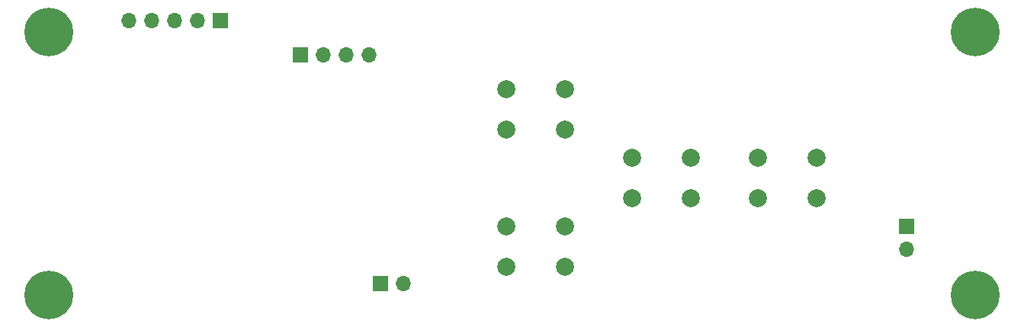
<source format=gbr>
%TF.GenerationSoftware,KiCad,Pcbnew,5.1.12-84ad8e8a86~92~ubuntu20.04.1*%
%TF.CreationDate,2022-01-15T19:27:07+01:00*%
%TF.ProjectId,autotrigger_dslr,6175746f-7472-4696-9767-65725f64736c,rev?*%
%TF.SameCoordinates,Original*%
%TF.FileFunction,Soldermask,Bot*%
%TF.FilePolarity,Negative*%
%FSLAX46Y46*%
G04 Gerber Fmt 4.6, Leading zero omitted, Abs format (unit mm)*
G04 Created by KiCad (PCBNEW 5.1.12-84ad8e8a86~92~ubuntu20.04.1) date 2022-01-15 19:27:07*
%MOMM*%
%LPD*%
G01*
G04 APERTURE LIST*
%ADD10C,5.400000*%
%ADD11R,1.700000X1.700000*%
%ADD12O,1.700000X1.700000*%
%ADD13C,2.000000*%
G04 APERTURE END LIST*
D10*
%TO.C,H1*%
X30480000Y-74930000D03*
%TD*%
%TO.C,H2*%
X30480000Y-104140000D03*
%TD*%
%TO.C,H3*%
X133350000Y-104140000D03*
%TD*%
%TO.C,H4*%
X133350000Y-74930000D03*
%TD*%
D11*
%TO.C,J1*%
X49530000Y-73660000D03*
D12*
X46990000Y-73660000D03*
X44450000Y-73660000D03*
X41910000Y-73660000D03*
X39370000Y-73660000D03*
%TD*%
D11*
%TO.C,J2*%
X58420000Y-77470000D03*
D12*
X60960000Y-77470000D03*
X63500000Y-77470000D03*
X66040000Y-77470000D03*
%TD*%
D11*
%TO.C,J3*%
X125730000Y-96520000D03*
D12*
X125730000Y-99060000D03*
%TD*%
%TO.C,J4*%
X69850000Y-102870000D03*
D11*
X67310000Y-102870000D03*
%TD*%
D13*
%TO.C,SW3*%
X87780000Y-81280000D03*
X87780000Y-85780000D03*
X81280000Y-81280000D03*
X81280000Y-85780000D03*
%TD*%
%TO.C,SW4*%
X81280000Y-101020000D03*
X81280000Y-96520000D03*
X87780000Y-101020000D03*
X87780000Y-96520000D03*
%TD*%
%TO.C,SW5*%
X101750000Y-88900000D03*
X101750000Y-93400000D03*
X95250000Y-88900000D03*
X95250000Y-93400000D03*
%TD*%
%TO.C,SW6*%
X109220000Y-93400000D03*
X109220000Y-88900000D03*
X115720000Y-93400000D03*
X115720000Y-88900000D03*
%TD*%
M02*

</source>
